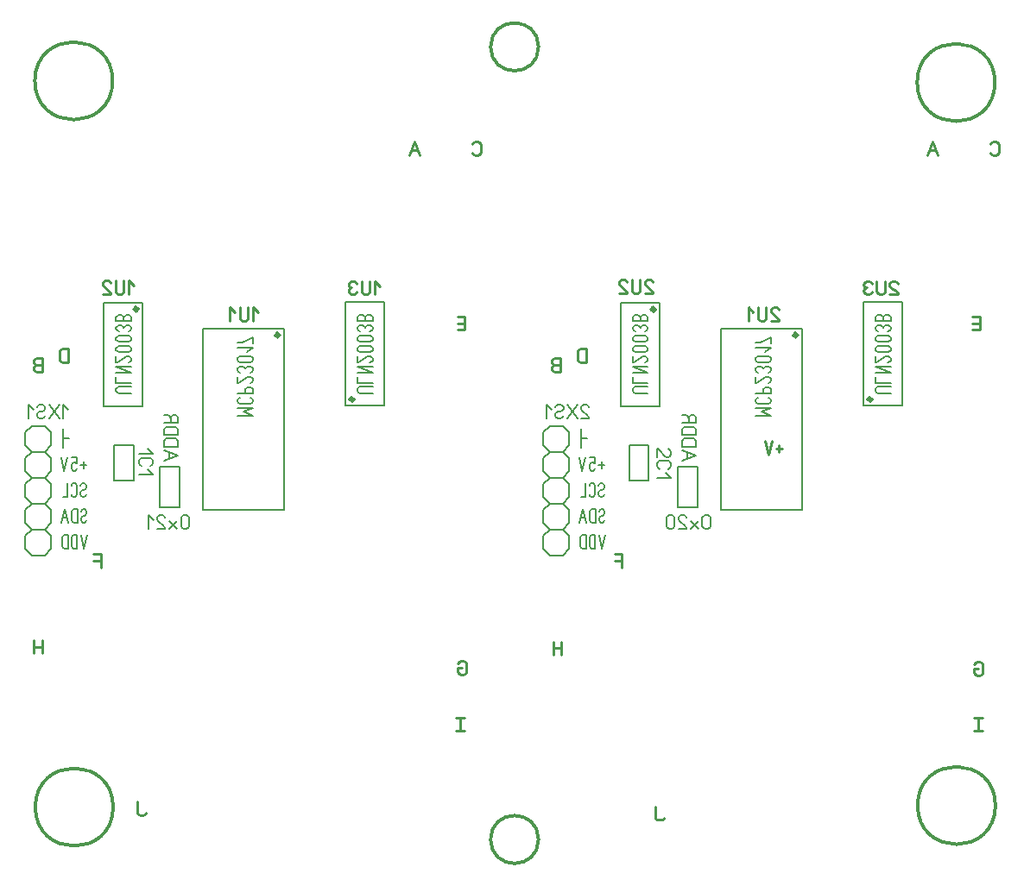
<source format=gbr>
%FSLAX34Y34*%
%MOMM*%
%LNSILK_BOTTOM*%
G71*
G01*
%ADD10C, 0.200*%
%ADD11C, 0.400*%
%ADD12C, 0.238*%
%ADD13C, 0.150*%
%ADD14C, 0.167*%
%ADD15C, 0.189*%
%ADD16C, 0.300*%
%LPD*%
G54D10*
X334460Y457464D02*
X334460Y559064D01*
X372660Y559064D01*
X372660Y457464D01*
X334460Y457464D01*
G54D11*
G75*
G01X342460Y463664D02*
G03X342460Y463664I-1600J0D01*
G01*
G54D12*
X368277Y574914D02*
X363277Y579914D01*
X363277Y566581D01*
G54D12*
X358610Y579914D02*
X358610Y569081D01*
X357610Y567414D01*
X355610Y566581D01*
X353610Y566581D01*
X351610Y567414D01*
X350610Y569081D01*
X350610Y579914D01*
G54D12*
X345943Y577414D02*
X344943Y579081D01*
X342943Y579914D01*
X340943Y579914D01*
X338943Y579081D01*
X337943Y577414D01*
X337943Y575747D01*
X338943Y574081D01*
X340943Y573247D01*
X338943Y572414D01*
X337943Y570747D01*
X337943Y569081D01*
X338943Y567414D01*
X340943Y566581D01*
X342943Y566581D01*
X344943Y567414D01*
X345943Y569081D01*
G54D10*
X274348Y532894D02*
X274348Y355094D01*
X194948Y355094D01*
X194948Y532894D01*
X274348Y532894D01*
G54D11*
G75*
G01X269548Y526694D02*
G03X269548Y526694I-1600J0D01*
G01*
G54D12*
X248823Y548952D02*
X243823Y553952D01*
X243823Y540619D01*
G54D12*
X239156Y553952D02*
X239156Y543119D01*
X238156Y541452D01*
X236156Y540619D01*
X234156Y540619D01*
X232156Y541452D01*
X231156Y543119D01*
X231156Y553952D01*
G54D12*
X226489Y548952D02*
X221489Y553952D01*
X221489Y540619D01*
G54D10*
X135765Y558430D02*
X135765Y456830D01*
X97565Y456830D01*
X97565Y558430D01*
X135765Y558430D01*
G54D11*
G75*
G01X130966Y552230D02*
G03X130966Y552230I-1600J0D01*
G01*
G54D12*
X126991Y575374D02*
X121991Y580374D01*
X121991Y567040D01*
G54D12*
X117324Y580374D02*
X117324Y569540D01*
X116324Y567874D01*
X114324Y567040D01*
X112324Y567040D01*
X110324Y567874D01*
X109324Y569540D01*
X109324Y580374D01*
G54D12*
X96657Y567040D02*
X104657Y567040D01*
X104657Y567874D01*
X103657Y569540D01*
X97657Y574540D01*
X96657Y576207D01*
X96657Y577874D01*
X97657Y579540D01*
X99657Y580374D01*
X101657Y580374D01*
X103657Y579540D01*
X104657Y577874D01*
G54D12*
X37047Y490572D02*
X37047Y503905D01*
X32047Y503905D01*
X30047Y503072D01*
X29047Y501405D01*
X29047Y499739D01*
X30047Y498072D01*
X32047Y497239D01*
X30047Y496405D01*
X29047Y494739D01*
X29047Y493072D01*
X30047Y491405D01*
X32047Y490572D01*
X37047Y490572D01*
G54D12*
X37047Y497239D02*
X32047Y497239D01*
G54D12*
X397347Y703297D02*
X402347Y716630D01*
X407347Y703297D01*
G54D12*
X399347Y708297D02*
X405347Y708297D01*
G54D12*
X62447Y500097D02*
X62447Y513430D01*
X57447Y513430D01*
X55447Y512597D01*
X54447Y510930D01*
X54447Y502597D01*
X55447Y500930D01*
X57447Y500097D01*
X62447Y500097D01*
G54D12*
X459132Y705797D02*
X460132Y704130D01*
X462132Y703297D01*
X464132Y703297D01*
X466132Y704130D01*
X467132Y705797D01*
X467132Y714130D01*
X466132Y715797D01*
X464132Y716630D01*
X462132Y716630D01*
X460132Y715797D01*
X459132Y714130D01*
G54D12*
X444836Y531847D02*
X451836Y531847D01*
X451836Y545180D01*
X444836Y545180D01*
G54D12*
X451836Y538514D02*
X444836Y538514D01*
G54D12*
X94649Y298461D02*
X94649Y311794D01*
X87649Y311794D01*
G54D12*
X94649Y305128D02*
X87649Y305128D01*
G54D12*
X448972Y200376D02*
X444972Y200376D01*
X444972Y196209D01*
X445972Y194543D01*
X447972Y193709D01*
X449972Y193709D01*
X451972Y194543D01*
X452972Y196209D01*
X452972Y204543D01*
X451972Y206209D01*
X449972Y207043D01*
X447972Y207043D01*
X445972Y206209D01*
X444972Y204543D01*
G54D12*
X29047Y214347D02*
X29047Y227680D01*
G54D12*
X37047Y214347D02*
X37047Y227680D01*
G54D12*
X29047Y221014D02*
X37047Y221014D01*
G54D12*
X443384Y138147D02*
X451384Y138147D01*
G54D12*
X447384Y138147D02*
X447384Y151480D01*
G54D12*
X443384Y151480D02*
X451384Y151480D01*
G54D12*
X130774Y68954D02*
X130774Y58120D01*
X131774Y56454D01*
X133774Y55620D01*
X135774Y55620D01*
X137774Y56454D01*
X138774Y58120D01*
G54D13*
X126812Y384227D02*
X107987Y384227D01*
X107987Y418352D01*
X126812Y418352D01*
X126812Y384227D01*
G54D14*
X140500Y415010D02*
X145500Y410010D01*
X132167Y410010D01*
G54D14*
X134667Y398343D02*
X133000Y399343D01*
X132167Y401343D01*
X132167Y403343D01*
X133000Y405343D01*
X134667Y406343D01*
X143000Y406343D01*
X144667Y405343D01*
X145500Y403343D01*
X145500Y401343D01*
X144667Y399343D01*
X143000Y398343D01*
G54D14*
X140500Y394676D02*
X145500Y389676D01*
X132167Y389676D01*
G54D14*
X62625Y453697D02*
X57625Y458697D01*
X57625Y445364D01*
G54D14*
X53958Y458697D02*
X43958Y445364D01*
G54D14*
X53958Y445364D02*
X43958Y458697D01*
G54D14*
X40291Y447864D02*
X39291Y446197D01*
X37291Y445364D01*
X35291Y445364D01*
X33291Y446197D01*
X32291Y447864D01*
X32291Y449531D01*
X33291Y451197D01*
X35291Y452031D01*
X37291Y452031D01*
X39291Y452864D01*
X40291Y454531D01*
X40291Y456197D01*
X39291Y457864D01*
X37291Y458697D01*
X35291Y458697D01*
X33291Y457864D01*
X32291Y456197D01*
G54D14*
X28624Y453697D02*
X23624Y458697D01*
X23624Y445364D01*
G54D14*
X80345Y399568D02*
X75012Y399568D01*
G54D14*
X77678Y402901D02*
X77678Y396234D01*
G54D14*
X66012Y407068D02*
X71345Y407068D01*
X71345Y401234D01*
X70678Y401234D01*
X69345Y402068D01*
X68012Y402068D01*
X66678Y401234D01*
X66012Y399568D01*
X66012Y396234D01*
X66678Y394568D01*
X68012Y393734D01*
X69345Y393734D01*
X70678Y394568D01*
X71345Y396234D01*
G54D14*
X62345Y407068D02*
X59012Y393734D01*
X55678Y407068D01*
G54D14*
X80835Y345434D02*
X80168Y343768D01*
X78835Y342934D01*
X77502Y342934D01*
X76168Y343768D01*
X75502Y345434D01*
X75502Y347101D01*
X76168Y348768D01*
X77502Y349601D01*
X78835Y349601D01*
X80168Y350434D01*
X80835Y352101D01*
X80835Y353768D01*
X80168Y355434D01*
X78835Y356268D01*
X77502Y356268D01*
X76168Y355434D01*
X75502Y353768D01*
G54D14*
X71835Y342934D02*
X71835Y356268D01*
X68502Y356268D01*
X67168Y355434D01*
X66502Y353768D01*
X66502Y345434D01*
X67168Y343768D01*
X68502Y342934D01*
X71835Y342934D01*
G54D14*
X62835Y342934D02*
X59502Y356268D01*
X56168Y342934D01*
G54D14*
X61502Y347934D02*
X57502Y347934D01*
G54D14*
X80233Y370834D02*
X79566Y369168D01*
X78233Y368334D01*
X76900Y368334D01*
X75566Y369168D01*
X74900Y370834D01*
X74900Y372501D01*
X75566Y374168D01*
X76900Y375001D01*
X78233Y375001D01*
X79566Y375834D01*
X80233Y377501D01*
X80233Y379168D01*
X79566Y380834D01*
X78233Y381668D01*
X76900Y381668D01*
X75566Y380834D01*
X74900Y379168D01*
G54D14*
X65900Y370834D02*
X66566Y369168D01*
X67900Y368334D01*
X69233Y368334D01*
X70566Y369168D01*
X71233Y370834D01*
X71233Y379168D01*
X70566Y380834D01*
X69233Y381668D01*
X67900Y381668D01*
X66566Y380834D01*
X65900Y379168D01*
G54D14*
X62233Y381668D02*
X62233Y368334D01*
X57566Y368334D01*
G54D14*
X81828Y330868D02*
X78495Y317534D01*
X75161Y330868D01*
G54D14*
X71494Y317534D02*
X71494Y330868D01*
X68161Y330868D01*
X66827Y330034D01*
X66161Y328368D01*
X66161Y320034D01*
X66827Y318368D01*
X68161Y317534D01*
X71494Y317534D01*
G54D14*
X62494Y317534D02*
X62494Y330868D01*
X59161Y330868D01*
X57827Y330034D01*
X57161Y328368D01*
X57161Y320034D01*
X57827Y318368D01*
X59161Y317534D01*
X62494Y317534D01*
G54D10*
X57622Y435009D02*
X57622Y415959D01*
G54D10*
X63972Y425484D02*
X57622Y425484D01*
G54D10*
X152797Y397584D02*
X171847Y397584D01*
X171847Y357897D01*
X152797Y357897D01*
X152797Y397584D01*
G54D14*
X156740Y403586D02*
X170073Y408586D01*
X156740Y413586D01*
G54D14*
X161740Y405586D02*
X161740Y411586D01*
G54D14*
X156740Y417253D02*
X170073Y417253D01*
X170073Y422253D01*
X169240Y424253D01*
X167573Y425253D01*
X159240Y425253D01*
X157573Y424253D01*
X156740Y422253D01*
X156740Y417253D01*
G54D14*
X156740Y428920D02*
X170073Y428920D01*
X170073Y433920D01*
X169240Y435920D01*
X167573Y436920D01*
X159240Y436920D01*
X157573Y435920D01*
X156740Y433920D01*
X156740Y428920D01*
G54D14*
X163407Y444587D02*
X161740Y447587D01*
X160073Y448587D01*
X156740Y448587D01*
G54D14*
X156740Y440587D02*
X170073Y440587D01*
X170073Y445587D01*
X169240Y447587D01*
X167573Y448587D01*
X165907Y448587D01*
X164240Y447587D01*
X163407Y445587D01*
X163407Y440587D01*
G54D10*
X46268Y424960D02*
X46268Y431360D01*
X39968Y437660D01*
X27168Y437660D01*
X20868Y431360D01*
X20868Y418560D01*
X27168Y412260D01*
X39968Y412260D01*
X46268Y418560D01*
X46268Y424960D01*
G54D10*
X46268Y399560D02*
X46268Y405960D01*
X39968Y412260D01*
X27168Y412260D01*
X20868Y405960D01*
X20868Y393160D01*
X27168Y386860D01*
X39968Y386860D01*
X46268Y393160D01*
X46268Y399560D01*
G54D10*
X46268Y374160D02*
X46268Y380560D01*
X39968Y386860D01*
X27168Y386860D01*
X20868Y380560D01*
X20868Y367760D01*
X27168Y361460D01*
X39968Y361460D01*
X46268Y367760D01*
X46268Y374160D01*
G54D10*
X46268Y348760D02*
X46268Y355160D01*
X39968Y361460D01*
X27168Y361460D01*
X20868Y355160D01*
X20868Y342360D01*
X27168Y336060D01*
X39968Y336060D01*
X46268Y342360D01*
X46268Y348760D01*
G54D10*
X46268Y323360D02*
X46268Y329760D01*
X39968Y336060D01*
X27168Y336060D01*
X20868Y329760D01*
X20868Y316960D01*
X27168Y310660D01*
X39968Y310660D01*
X46268Y316960D01*
X46268Y323360D01*
G54D15*
X228876Y447657D02*
X243987Y447657D01*
X234543Y451435D01*
X243987Y455212D01*
X228876Y455212D01*
G54D15*
X231709Y465413D02*
X229820Y464658D01*
X228876Y463147D01*
X228876Y461636D01*
X229820Y460124D01*
X231709Y459369D01*
X241154Y459369D01*
X243043Y460124D01*
X243987Y461636D01*
X243987Y463147D01*
X243043Y464658D01*
X241154Y465413D01*
G54D15*
X228876Y469569D02*
X243987Y469569D01*
X243987Y473347D01*
X243043Y474858D01*
X241154Y475613D01*
X239265Y475613D01*
X237376Y474858D01*
X236432Y473347D01*
X236432Y469569D01*
G54D15*
X228876Y485813D02*
X228876Y479769D01*
X229820Y479769D01*
X231709Y480524D01*
X237376Y485058D01*
X239265Y485813D01*
X241154Y485813D01*
X243043Y485058D01*
X243987Y483547D01*
X243987Y482036D01*
X243043Y480524D01*
X241154Y479769D01*
G54D15*
X241154Y489969D02*
X243043Y490724D01*
X243987Y492236D01*
X243987Y493747D01*
X243043Y495258D01*
X241154Y496013D01*
X239265Y496013D01*
X237376Y495258D01*
X236432Y493747D01*
X235487Y495258D01*
X233598Y496013D01*
X231709Y496013D01*
X229820Y495258D01*
X228876Y493747D01*
X228876Y492236D01*
X229820Y490724D01*
X231709Y489969D01*
G54D15*
X241154Y506213D02*
X231709Y506213D01*
X229820Y505458D01*
X228876Y503947D01*
X228876Y502436D01*
X229820Y500924D01*
X231709Y500169D01*
X241154Y500169D01*
X243043Y500924D01*
X243987Y502436D01*
X243987Y503947D01*
X243043Y505458D01*
X241154Y506213D01*
G54D15*
X238320Y510369D02*
X243987Y514147D01*
X228876Y514147D01*
G54D15*
X243987Y518303D02*
X243987Y524347D01*
X242098Y523592D01*
X239265Y522081D01*
X235487Y520570D01*
X232654Y519814D01*
X228876Y519814D01*
G54D15*
X124925Y469901D02*
X112647Y469901D01*
X110758Y470656D01*
X109813Y472168D01*
X109813Y473679D01*
X110758Y475190D01*
X112647Y475945D01*
X124925Y475945D01*
G54D15*
X124925Y480101D02*
X109813Y480101D01*
X109813Y485390D01*
G54D15*
X109813Y489546D02*
X124925Y489546D01*
X109813Y495590D01*
X124925Y495590D01*
G54D15*
X109813Y505790D02*
X109813Y499746D01*
X110758Y499746D01*
X112647Y500501D01*
X118313Y505035D01*
X120202Y505790D01*
X122091Y505790D01*
X123980Y505035D01*
X124925Y503524D01*
X124925Y502013D01*
X123980Y500501D01*
X122091Y499746D01*
G54D15*
X122091Y515990D02*
X112647Y515990D01*
X110758Y515235D01*
X109813Y513724D01*
X109813Y512213D01*
X110758Y510701D01*
X112647Y509946D01*
X122091Y509946D01*
X123980Y510701D01*
X124925Y512213D01*
X124925Y513724D01*
X123980Y515235D01*
X122091Y515990D01*
G54D15*
X122091Y526190D02*
X112647Y526190D01*
X110758Y525435D01*
X109813Y523924D01*
X109813Y522413D01*
X110758Y520901D01*
X112647Y520146D01*
X122091Y520146D01*
X123980Y520901D01*
X124925Y522413D01*
X124925Y523924D01*
X123980Y525435D01*
X122091Y526190D01*
G54D15*
X122091Y530346D02*
X123980Y531101D01*
X124925Y532613D01*
X124925Y534124D01*
X123980Y535635D01*
X122091Y536390D01*
X120202Y536390D01*
X118313Y535635D01*
X117369Y534124D01*
X116425Y535635D01*
X114536Y536390D01*
X112647Y536390D01*
X110758Y535635D01*
X109813Y534124D01*
X109813Y532613D01*
X110758Y531101D01*
X112647Y530346D01*
G54D15*
X109813Y540546D02*
X124925Y540546D01*
X124925Y544324D01*
X123980Y545835D01*
X122091Y546590D01*
X120202Y546590D01*
X118313Y545835D01*
X117369Y544324D01*
X116425Y545835D01*
X114536Y546590D01*
X112647Y546590D01*
X110758Y545835D01*
X109813Y544324D01*
X109813Y540546D01*
G54D15*
X117369Y540546D02*
X117369Y544324D01*
G54D15*
X361462Y469901D02*
X349184Y469901D01*
X347295Y470656D01*
X346351Y472168D01*
X346351Y473679D01*
X347295Y475190D01*
X349184Y475945D01*
X361462Y475945D01*
G54D15*
X361462Y480101D02*
X346351Y480101D01*
X346351Y485390D01*
G54D15*
X346351Y489546D02*
X361462Y489546D01*
X346351Y495590D01*
X361462Y495590D01*
G54D15*
X346351Y505790D02*
X346351Y499746D01*
X347295Y499746D01*
X349184Y500501D01*
X354851Y505035D01*
X356740Y505790D01*
X358629Y505790D01*
X360518Y505035D01*
X361462Y503524D01*
X361462Y502013D01*
X360518Y500501D01*
X358629Y499746D01*
G54D15*
X358629Y515990D02*
X349184Y515990D01*
X347295Y515235D01*
X346351Y513724D01*
X346351Y512213D01*
X347295Y510701D01*
X349184Y509946D01*
X358629Y509946D01*
X360518Y510701D01*
X361462Y512213D01*
X361462Y513724D01*
X360518Y515235D01*
X358629Y515990D01*
G54D15*
X358629Y526190D02*
X349184Y526190D01*
X347295Y525435D01*
X346351Y523924D01*
X346351Y522413D01*
X347295Y520901D01*
X349184Y520146D01*
X358629Y520146D01*
X360518Y520901D01*
X361462Y522413D01*
X361462Y523924D01*
X360518Y525435D01*
X358629Y526190D01*
G54D15*
X358629Y530346D02*
X360518Y531101D01*
X361462Y532613D01*
X361462Y534124D01*
X360518Y535635D01*
X358629Y536390D01*
X356740Y536390D01*
X354851Y535635D01*
X353906Y534124D01*
X352962Y535635D01*
X351073Y536390D01*
X349184Y536390D01*
X347295Y535635D01*
X346351Y534124D01*
X346351Y532613D01*
X347295Y531101D01*
X349184Y530346D01*
G54D15*
X346351Y540546D02*
X361462Y540546D01*
X361462Y544324D01*
X360518Y545835D01*
X358629Y546590D01*
X356740Y546590D01*
X354851Y545835D01*
X353906Y544324D01*
X352962Y545835D01*
X351073Y546590D01*
X349184Y546590D01*
X347295Y545835D01*
X346351Y544324D01*
X346351Y540546D01*
G54D15*
X353906Y540546D02*
X353906Y544324D01*
G54D10*
X842460Y457464D02*
X842460Y559064D01*
X880660Y559064D01*
X880660Y457464D01*
X842460Y457464D01*
G54D11*
G75*
G01X850460Y463664D02*
G03X850460Y463664I-1600J0D01*
G01*
G54D12*
X868277Y566581D02*
X876277Y566581D01*
X876277Y567414D01*
X875277Y569081D01*
X869277Y574081D01*
X868277Y575747D01*
X868277Y577414D01*
X869277Y579081D01*
X871277Y579914D01*
X873277Y579914D01*
X875277Y579081D01*
X876277Y577414D01*
G54D12*
X863610Y579914D02*
X863610Y569081D01*
X862610Y567414D01*
X860610Y566581D01*
X858610Y566581D01*
X856610Y567414D01*
X855610Y569081D01*
X855610Y579914D01*
G54D12*
X850943Y577414D02*
X849943Y579081D01*
X847943Y579914D01*
X845943Y579914D01*
X843943Y579081D01*
X842943Y577414D01*
X842943Y575747D01*
X843943Y574081D01*
X845943Y573247D01*
X843943Y572414D01*
X842943Y570747D01*
X842943Y569081D01*
X843943Y567414D01*
X845943Y566581D01*
X847943Y566581D01*
X849943Y567414D01*
X850943Y569081D01*
G54D10*
X782348Y532894D02*
X782348Y355094D01*
X702948Y355094D01*
X702948Y532894D01*
X782348Y532894D01*
G54D11*
G75*
G01X777548Y526694D02*
G03X777548Y526694I-1600J0D01*
G01*
G54D12*
X751998Y540619D02*
X759998Y540619D01*
X759998Y541452D01*
X758998Y543119D01*
X752998Y548119D01*
X751998Y549786D01*
X751998Y551452D01*
X752998Y553119D01*
X754998Y553952D01*
X756998Y553952D01*
X758998Y553119D01*
X759998Y551452D01*
G54D12*
X747331Y553952D02*
X747331Y543119D01*
X746331Y541452D01*
X744331Y540619D01*
X742331Y540619D01*
X740331Y541452D01*
X739331Y543119D01*
X739331Y553952D01*
G54D12*
X734664Y548952D02*
X729664Y553952D01*
X729664Y540619D01*
G54D10*
X642861Y558233D02*
X642861Y456633D01*
X604661Y456633D01*
X604661Y558233D01*
X642861Y558233D01*
G54D11*
G75*
G01X638061Y552033D02*
G03X638061Y552033I-1600J0D01*
G01*
G54D12*
X628203Y567784D02*
X636203Y567784D01*
X636203Y568618D01*
X635203Y570284D01*
X629203Y575284D01*
X628203Y576951D01*
X628203Y578618D01*
X629203Y580284D01*
X631203Y581118D01*
X633203Y581118D01*
X635203Y580284D01*
X636203Y578618D01*
G54D12*
X623536Y581118D02*
X623536Y570284D01*
X622536Y568618D01*
X620536Y567784D01*
X618536Y567784D01*
X616536Y568618D01*
X615536Y570284D01*
X615536Y581118D01*
G54D12*
X602869Y567784D02*
X610869Y567784D01*
X610869Y568618D01*
X609869Y570284D01*
X603869Y575284D01*
X602869Y576951D01*
X602869Y578618D01*
X603869Y580284D01*
X605869Y581118D01*
X607869Y581118D01*
X609869Y580284D01*
X610869Y578618D01*
G54D12*
X545047Y490572D02*
X545047Y503905D01*
X540047Y503905D01*
X538047Y503072D01*
X537047Y501405D01*
X537047Y499739D01*
X538047Y498072D01*
X540047Y497239D01*
X538047Y496405D01*
X537047Y494739D01*
X537047Y493072D01*
X538047Y491405D01*
X540047Y490572D01*
X545047Y490572D01*
G54D12*
X545047Y497239D02*
X540047Y497239D01*
G54D12*
X905347Y703297D02*
X910347Y716630D01*
X915347Y703297D01*
G54D12*
X907347Y708297D02*
X913347Y708297D01*
G54D12*
X570447Y500097D02*
X570447Y513430D01*
X565447Y513430D01*
X563447Y512597D01*
X562447Y510930D01*
X562447Y502597D01*
X563447Y500930D01*
X565447Y500097D01*
X570447Y500097D01*
G54D12*
X967132Y705797D02*
X968132Y704130D01*
X970132Y703297D01*
X972132Y703297D01*
X974132Y704130D01*
X975132Y705797D01*
X975132Y714130D01*
X974132Y715797D01*
X972132Y716630D01*
X970132Y716630D01*
X968132Y715797D01*
X967132Y714130D01*
G54D12*
X949661Y531847D02*
X956661Y531847D01*
X956661Y545180D01*
X949661Y545180D01*
G54D12*
X956661Y538514D02*
X949661Y538514D01*
G54D12*
X605824Y298461D02*
X605824Y311794D01*
X598824Y311794D01*
G54D12*
X605824Y305128D02*
X598824Y305128D01*
G54D12*
X955384Y199582D02*
X951384Y199582D01*
X951384Y195416D01*
X952384Y193749D01*
X954384Y192916D01*
X956384Y192916D01*
X958384Y193749D01*
X959384Y195416D01*
X959384Y203749D01*
X958384Y205416D01*
X956384Y206249D01*
X954384Y206249D01*
X952384Y205416D01*
X951384Y203749D01*
G54D12*
X538635Y212759D02*
X538635Y226093D01*
G54D12*
X546635Y212759D02*
X546635Y226093D01*
G54D12*
X538635Y219426D02*
X546635Y219426D01*
G54D12*
X951384Y138147D02*
X959384Y138147D01*
G54D12*
X955384Y138147D02*
X955384Y151480D01*
G54D12*
X951384Y151480D02*
X959384Y151480D01*
G54D12*
X638774Y64191D02*
X638774Y53358D01*
X639774Y51691D01*
X641774Y50858D01*
X643774Y50858D01*
X645774Y51691D01*
X646774Y53358D01*
G54D12*
X762680Y415443D02*
X757347Y415443D01*
G54D12*
X760014Y418776D02*
X760014Y412109D01*
G54D12*
X752680Y422943D02*
X749347Y409609D01*
X746014Y422943D01*
G54D13*
X631637Y384227D02*
X612812Y384227D01*
X612812Y418352D01*
X631637Y418352D01*
X631637Y384227D01*
G54D14*
X640167Y407010D02*
X640167Y415010D01*
X641000Y415010D01*
X642667Y414010D01*
X647667Y408010D01*
X649334Y407010D01*
X651000Y407010D01*
X652667Y408010D01*
X653500Y410010D01*
X653500Y412010D01*
X652667Y414010D01*
X651000Y415010D01*
G54D14*
X642667Y395343D02*
X641000Y396343D01*
X640167Y398343D01*
X640167Y400343D01*
X641000Y402343D01*
X642667Y403343D01*
X651000Y403343D01*
X652667Y402343D01*
X653500Y400343D01*
X653500Y398343D01*
X652667Y396343D01*
X651000Y395343D01*
G54D14*
X648500Y391676D02*
X653500Y386676D01*
X640167Y386676D01*
G54D14*
X565800Y445364D02*
X573800Y445364D01*
X573800Y446197D01*
X572800Y447864D01*
X566800Y452864D01*
X565800Y454531D01*
X565800Y456197D01*
X566800Y457864D01*
X568800Y458697D01*
X570800Y458697D01*
X572800Y457864D01*
X573800Y456197D01*
G54D14*
X562133Y458697D02*
X552133Y445364D01*
G54D14*
X562133Y445364D02*
X552133Y458697D01*
G54D14*
X548466Y447864D02*
X547466Y446197D01*
X545466Y445364D01*
X543466Y445364D01*
X541466Y446197D01*
X540466Y447864D01*
X540466Y449531D01*
X541466Y451197D01*
X543466Y452031D01*
X545466Y452031D01*
X547466Y452864D01*
X548466Y454531D01*
X548466Y456197D01*
X547466Y457864D01*
X545466Y458697D01*
X543466Y458697D01*
X541466Y457864D01*
X540466Y456197D01*
G54D14*
X536799Y453697D02*
X531799Y458697D01*
X531799Y445364D01*
G54D14*
X588345Y399568D02*
X583012Y399568D01*
G54D14*
X585678Y402901D02*
X585678Y396234D01*
G54D14*
X574012Y407068D02*
X579345Y407068D01*
X579345Y401234D01*
X578678Y401234D01*
X577345Y402068D01*
X576012Y402068D01*
X574678Y401234D01*
X574012Y399568D01*
X574012Y396234D01*
X574678Y394568D01*
X576012Y393734D01*
X577345Y393734D01*
X578678Y394568D01*
X579345Y396234D01*
G54D14*
X570345Y407068D02*
X567012Y393734D01*
X563678Y407068D01*
G54D14*
X588835Y345434D02*
X588168Y343768D01*
X586835Y342934D01*
X585502Y342934D01*
X584168Y343768D01*
X583502Y345434D01*
X583502Y347101D01*
X584168Y348768D01*
X585502Y349601D01*
X586835Y349601D01*
X588168Y350434D01*
X588835Y352101D01*
X588835Y353768D01*
X588168Y355434D01*
X586835Y356268D01*
X585502Y356268D01*
X584168Y355434D01*
X583502Y353768D01*
G54D14*
X579835Y342934D02*
X579835Y356268D01*
X576502Y356268D01*
X575168Y355434D01*
X574502Y353768D01*
X574502Y345434D01*
X575168Y343768D01*
X576502Y342934D01*
X579835Y342934D01*
G54D14*
X570835Y342934D02*
X567502Y356268D01*
X564168Y342934D01*
G54D14*
X569502Y347934D02*
X565502Y347934D01*
G54D14*
X588233Y370834D02*
X587566Y369168D01*
X586233Y368334D01*
X584900Y368334D01*
X583566Y369168D01*
X582900Y370834D01*
X582900Y372501D01*
X583566Y374168D01*
X584900Y375001D01*
X586233Y375001D01*
X587566Y375834D01*
X588233Y377501D01*
X588233Y379168D01*
X587566Y380834D01*
X586233Y381668D01*
X584900Y381668D01*
X583566Y380834D01*
X582900Y379168D01*
G54D14*
X573900Y370834D02*
X574566Y369168D01*
X575900Y368334D01*
X577233Y368334D01*
X578566Y369168D01*
X579233Y370834D01*
X579233Y379168D01*
X578566Y380834D01*
X577233Y381668D01*
X575900Y381668D01*
X574566Y380834D01*
X573900Y379168D01*
G54D14*
X570233Y381668D02*
X570233Y368334D01*
X565566Y368334D01*
G54D14*
X589828Y330868D02*
X586495Y317534D01*
X583161Y330868D01*
G54D14*
X579494Y317534D02*
X579494Y330868D01*
X576161Y330868D01*
X574827Y330034D01*
X574161Y328368D01*
X574161Y320034D01*
X574827Y318368D01*
X576161Y317534D01*
X579494Y317534D01*
G54D14*
X570494Y317534D02*
X570494Y330868D01*
X567161Y330868D01*
X565827Y330034D01*
X565161Y328368D01*
X565161Y320034D01*
X565827Y318368D01*
X567161Y317534D01*
X570494Y317534D01*
G54D10*
X565622Y435009D02*
X565622Y415959D01*
G54D10*
X571972Y425484D02*
X565622Y425484D01*
G54D10*
X660797Y397584D02*
X679847Y397584D01*
X679847Y357897D01*
X660797Y357897D01*
X660797Y397584D01*
G54D14*
X664740Y403586D02*
X678073Y408586D01*
X664740Y413586D01*
G54D14*
X669740Y405586D02*
X669740Y411586D01*
G54D14*
X664740Y417253D02*
X678073Y417253D01*
X678073Y422253D01*
X677240Y424253D01*
X675573Y425253D01*
X667240Y425253D01*
X665573Y424253D01*
X664740Y422253D01*
X664740Y417253D01*
G54D14*
X664740Y428920D02*
X678073Y428920D01*
X678073Y433920D01*
X677240Y435920D01*
X675573Y436920D01*
X667240Y436920D01*
X665573Y435920D01*
X664740Y433920D01*
X664740Y428920D01*
G54D14*
X671407Y444587D02*
X669740Y447587D01*
X668073Y448587D01*
X664740Y448587D01*
G54D14*
X664740Y440587D02*
X678073Y440587D01*
X678073Y445587D01*
X677240Y447587D01*
X675573Y448587D01*
X673907Y448587D01*
X672240Y447587D01*
X671407Y445587D01*
X671407Y440587D01*
G54D10*
X554268Y424960D02*
X554268Y431360D01*
X547968Y437660D01*
X535168Y437660D01*
X528868Y431360D01*
X528868Y418560D01*
X535168Y412260D01*
X547968Y412260D01*
X554268Y418560D01*
X554268Y424960D01*
G54D10*
X554268Y399560D02*
X554268Y405960D01*
X547968Y412260D01*
X535168Y412260D01*
X528868Y405960D01*
X528868Y393160D01*
X535168Y386860D01*
X547968Y386860D01*
X554268Y393160D01*
X554268Y399560D01*
G54D10*
X554268Y374160D02*
X554268Y380560D01*
X547968Y386860D01*
X535168Y386860D01*
X528868Y380560D01*
X528868Y367760D01*
X535168Y361460D01*
X547968Y361460D01*
X554268Y367760D01*
X554268Y374160D01*
G54D10*
X554268Y348760D02*
X554268Y355160D01*
X547968Y361460D01*
X535168Y361460D01*
X528868Y355160D01*
X528868Y342360D01*
X535168Y336060D01*
X547968Y336060D01*
X554268Y342360D01*
X554268Y348760D01*
G54D10*
X554268Y323360D02*
X554268Y329760D01*
X547968Y336060D01*
X535168Y336060D01*
X528868Y329760D01*
X528868Y316960D01*
X535168Y310660D01*
X547968Y310660D01*
X554268Y316960D01*
X554268Y323360D01*
G54D15*
X736876Y447657D02*
X751987Y447657D01*
X742543Y451435D01*
X751987Y455212D01*
X736876Y455212D01*
G54D15*
X739709Y465413D02*
X737820Y464658D01*
X736876Y463147D01*
X736876Y461636D01*
X737820Y460124D01*
X739709Y459369D01*
X749154Y459369D01*
X751043Y460124D01*
X751987Y461636D01*
X751987Y463147D01*
X751043Y464658D01*
X749154Y465413D01*
G54D15*
X736876Y469569D02*
X751987Y469569D01*
X751987Y473347D01*
X751043Y474858D01*
X749154Y475613D01*
X747265Y475613D01*
X745376Y474858D01*
X744432Y473347D01*
X744432Y469569D01*
G54D15*
X736876Y485813D02*
X736876Y479769D01*
X737820Y479769D01*
X739709Y480524D01*
X745376Y485058D01*
X747265Y485813D01*
X749154Y485813D01*
X751043Y485058D01*
X751987Y483547D01*
X751987Y482036D01*
X751043Y480524D01*
X749154Y479769D01*
G54D15*
X749154Y489969D02*
X751043Y490724D01*
X751987Y492236D01*
X751987Y493747D01*
X751043Y495258D01*
X749154Y496013D01*
X747265Y496013D01*
X745376Y495258D01*
X744432Y493747D01*
X743487Y495258D01*
X741598Y496013D01*
X739709Y496013D01*
X737820Y495258D01*
X736876Y493747D01*
X736876Y492236D01*
X737820Y490724D01*
X739709Y489969D01*
G54D15*
X749154Y506213D02*
X739709Y506213D01*
X737820Y505458D01*
X736876Y503947D01*
X736876Y502436D01*
X737820Y500924D01*
X739709Y500169D01*
X749154Y500169D01*
X751043Y500924D01*
X751987Y502436D01*
X751987Y503947D01*
X751043Y505458D01*
X749154Y506213D01*
G54D15*
X746320Y510369D02*
X751987Y514147D01*
X736876Y514147D01*
G54D15*
X751987Y518303D02*
X751987Y524347D01*
X750098Y523592D01*
X747265Y522081D01*
X743487Y520570D01*
X740654Y519814D01*
X736876Y519814D01*
G54D15*
X631337Y469901D02*
X619059Y469901D01*
X617170Y470656D01*
X616226Y472168D01*
X616226Y473679D01*
X617170Y475190D01*
X619059Y475945D01*
X631337Y475945D01*
G54D15*
X631337Y480101D02*
X616226Y480101D01*
X616226Y485390D01*
G54D15*
X616226Y489546D02*
X631337Y489546D01*
X616226Y495590D01*
X631337Y495590D01*
G54D15*
X616226Y505790D02*
X616226Y499746D01*
X617170Y499746D01*
X619059Y500501D01*
X624726Y505035D01*
X626615Y505790D01*
X628504Y505790D01*
X630393Y505035D01*
X631337Y503524D01*
X631337Y502013D01*
X630393Y500501D01*
X628504Y499746D01*
G54D15*
X628504Y515990D02*
X619059Y515990D01*
X617170Y515235D01*
X616226Y513724D01*
X616226Y512213D01*
X617170Y510701D01*
X619059Y509946D01*
X628504Y509946D01*
X630393Y510701D01*
X631337Y512213D01*
X631337Y513724D01*
X630393Y515235D01*
X628504Y515990D01*
G54D15*
X628504Y526190D02*
X619059Y526190D01*
X617170Y525435D01*
X616226Y523924D01*
X616226Y522413D01*
X617170Y520901D01*
X619059Y520146D01*
X628504Y520146D01*
X630393Y520901D01*
X631337Y522413D01*
X631337Y523924D01*
X630393Y525435D01*
X628504Y526190D01*
G54D15*
X628504Y530346D02*
X630393Y531101D01*
X631337Y532613D01*
X631337Y534124D01*
X630393Y535635D01*
X628504Y536390D01*
X626615Y536390D01*
X624726Y535635D01*
X623782Y534124D01*
X622837Y535635D01*
X620948Y536390D01*
X619059Y536390D01*
X617170Y535635D01*
X616226Y534124D01*
X616226Y532613D01*
X617170Y531101D01*
X619059Y530346D01*
G54D15*
X616226Y540546D02*
X631337Y540546D01*
X631337Y544324D01*
X630393Y545835D01*
X628504Y546590D01*
X626615Y546590D01*
X624726Y545835D01*
X623782Y544324D01*
X622837Y545835D01*
X620948Y546590D01*
X619059Y546590D01*
X617170Y545835D01*
X616226Y544324D01*
X616226Y540546D01*
G54D15*
X623782Y540546D02*
X623782Y544324D01*
G54D15*
X869462Y469901D02*
X857184Y469901D01*
X855295Y470656D01*
X854351Y472168D01*
X854351Y473679D01*
X855295Y475190D01*
X857184Y475945D01*
X869462Y475945D01*
G54D15*
X869462Y480101D02*
X854351Y480101D01*
X854351Y485390D01*
G54D15*
X854351Y489546D02*
X869462Y489546D01*
X854351Y495590D01*
X869462Y495590D01*
G54D15*
X854351Y505790D02*
X854351Y499746D01*
X855295Y499746D01*
X857184Y500501D01*
X862851Y505035D01*
X864740Y505790D01*
X866629Y505790D01*
X868518Y505035D01*
X869462Y503524D01*
X869462Y502013D01*
X868518Y500501D01*
X866629Y499746D01*
G54D15*
X866629Y515990D02*
X857184Y515990D01*
X855295Y515235D01*
X854351Y513724D01*
X854351Y512213D01*
X855295Y510701D01*
X857184Y509946D01*
X866629Y509946D01*
X868518Y510701D01*
X869462Y512213D01*
X869462Y513724D01*
X868518Y515235D01*
X866629Y515990D01*
G54D15*
X866629Y526190D02*
X857184Y526190D01*
X855295Y525435D01*
X854351Y523924D01*
X854351Y522413D01*
X855295Y520901D01*
X857184Y520146D01*
X866629Y520146D01*
X868518Y520901D01*
X869462Y522413D01*
X869462Y523924D01*
X868518Y525435D01*
X866629Y526190D01*
G54D15*
X866629Y530346D02*
X868518Y531101D01*
X869462Y532613D01*
X869462Y534124D01*
X868518Y535635D01*
X866629Y536390D01*
X864740Y536390D01*
X862851Y535635D01*
X861906Y534124D01*
X860962Y535635D01*
X859073Y536390D01*
X857184Y536390D01*
X855295Y535635D01*
X854351Y534124D01*
X854351Y532613D01*
X855295Y531101D01*
X857184Y530346D01*
G54D15*
X854351Y540546D02*
X869462Y540546D01*
X869462Y544324D01*
X868518Y545835D01*
X866629Y546590D01*
X864740Y546590D01*
X862851Y545835D01*
X861906Y544324D01*
X860962Y545835D01*
X859073Y546590D01*
X857184Y546590D01*
X855295Y545835D01*
X854351Y544324D01*
X854351Y540546D01*
G54D15*
X861906Y540546D02*
X861906Y544324D01*
G54D14*
X684571Y347497D02*
X684571Y339164D01*
X685571Y337497D01*
X687571Y336664D01*
X689571Y336664D01*
X691571Y337497D01*
X692571Y339164D01*
X692571Y347497D01*
X691571Y349164D01*
X689571Y349997D01*
X687571Y349997D01*
X685571Y349164D01*
X684571Y347497D01*
G54D14*
X680904Y344164D02*
X672904Y336664D01*
G54D14*
X680904Y336664D02*
X672904Y344164D01*
G54D14*
X661237Y336664D02*
X669237Y336664D01*
X669237Y337497D01*
X668237Y339164D01*
X662237Y344164D01*
X661237Y345830D01*
X661237Y347497D01*
X662237Y349164D01*
X664237Y349997D01*
X666237Y349997D01*
X668237Y349164D01*
X669237Y347497D01*
G54D14*
X649570Y347497D02*
X649570Y339164D01*
X650570Y337497D01*
X652570Y336664D01*
X654570Y336664D01*
X656570Y337497D01*
X657570Y339164D01*
X657570Y347497D01*
X656570Y349164D01*
X654570Y349997D01*
X652570Y349997D01*
X650570Y349164D01*
X649570Y347497D01*
G54D14*
X173396Y347497D02*
X173396Y339164D01*
X174396Y337497D01*
X176396Y336664D01*
X178396Y336664D01*
X180396Y337497D01*
X181396Y339164D01*
X181396Y347497D01*
X180396Y349164D01*
X178396Y349997D01*
X176396Y349997D01*
X174396Y349164D01*
X173396Y347497D01*
G54D14*
X169729Y344164D02*
X161729Y336664D01*
G54D14*
X169729Y336664D02*
X161729Y344164D01*
G54D14*
X150062Y336664D02*
X158062Y336664D01*
X158062Y337497D01*
X157062Y339164D01*
X151062Y344164D01*
X150062Y345830D01*
X150062Y347497D01*
X151062Y349164D01*
X153062Y349997D01*
X155062Y349997D01*
X157062Y349164D01*
X158062Y347497D01*
G54D14*
X146395Y344997D02*
X141395Y349997D01*
X141395Y336664D01*
G54D16*
G75*
G01X106868Y63534D02*
G03X106868Y63534I-38134J0D01*
G01*
G54D16*
G75*
G01X972056Y65122D02*
G03X972056Y65122I-38134J0D01*
G01*
G54D16*
G75*
G01X971584Y774700D02*
G03X971584Y774700I-38134J0D01*
G01*
G54D16*
G75*
G01X106397Y776288D02*
G03X106397Y776288I-38134J0D01*
G01*
G54D16*
G75*
G01X524034Y31784D02*
G03X524034Y31784I-23500J0D01*
G01*
G54D16*
G75*
G01X524035Y809659D02*
G03X524035Y809659I-23500J0D01*
G01*
M02*

</source>
